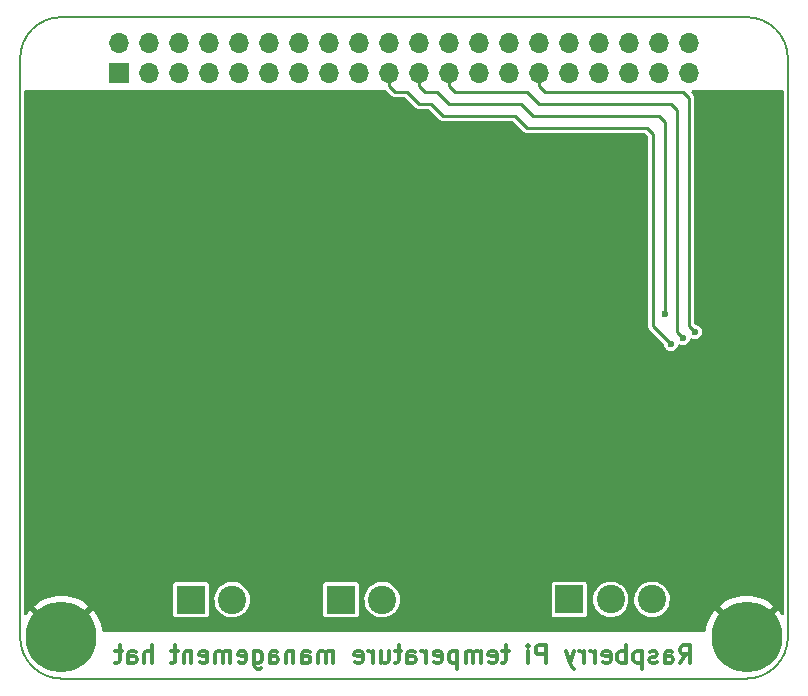
<source format=gbl>
G04 #@! TF.GenerationSoftware,KiCad,Pcbnew,(6.0.2)*
G04 #@! TF.CreationDate,2022-07-05T12:59:41+02:00*
G04 #@! TF.ProjectId,Raspberry Pi temperature management hat,52617370-6265-4727-9279-205069207465,V2*
G04 #@! TF.SameCoordinates,Original*
G04 #@! TF.FileFunction,Copper,L2,Bot*
G04 #@! TF.FilePolarity,Positive*
%FSLAX46Y46*%
G04 Gerber Fmt 4.6, Leading zero omitted, Abs format (unit mm)*
G04 Created by KiCad (PCBNEW (6.0.2)) date 2022-07-05 12:59:41*
%MOMM*%
%LPD*%
G01*
G04 APERTURE LIST*
%ADD10C,0.375000*%
G04 #@! TA.AperFunction,NonConductor*
%ADD11C,0.375000*%
G04 #@! TD*
G04 #@! TA.AperFunction,Profile*
%ADD12C,0.150000*%
G04 #@! TD*
G04 #@! TA.AperFunction,ComponentPad*
%ADD13C,6.000000*%
G04 #@! TD*
G04 #@! TA.AperFunction,ComponentPad*
%ADD14R,2.400000X2.400000*%
G04 #@! TD*
G04 #@! TA.AperFunction,ComponentPad*
%ADD15C,2.400000*%
G04 #@! TD*
G04 #@! TA.AperFunction,ComponentPad*
%ADD16R,1.700000X1.700000*%
G04 #@! TD*
G04 #@! TA.AperFunction,ComponentPad*
%ADD17O,1.700000X1.700000*%
G04 #@! TD*
G04 #@! TA.AperFunction,ViaPad*
%ADD18C,0.600000*%
G04 #@! TD*
G04 #@! TA.AperFunction,Conductor*
%ADD19C,0.250000*%
G04 #@! TD*
G04 APERTURE END LIST*
D10*
D11*
X102357142Y-101178571D02*
X102857142Y-100464285D01*
X103214285Y-101178571D02*
X103214285Y-99678571D01*
X102642857Y-99678571D01*
X102500000Y-99750000D01*
X102428571Y-99821428D01*
X102357142Y-99964285D01*
X102357142Y-100178571D01*
X102428571Y-100321428D01*
X102500000Y-100392857D01*
X102642857Y-100464285D01*
X103214285Y-100464285D01*
X101071428Y-101178571D02*
X101071428Y-100392857D01*
X101142857Y-100250000D01*
X101285714Y-100178571D01*
X101571428Y-100178571D01*
X101714285Y-100250000D01*
X101071428Y-101107142D02*
X101214285Y-101178571D01*
X101571428Y-101178571D01*
X101714285Y-101107142D01*
X101785714Y-100964285D01*
X101785714Y-100821428D01*
X101714285Y-100678571D01*
X101571428Y-100607142D01*
X101214285Y-100607142D01*
X101071428Y-100535714D01*
X100428571Y-101107142D02*
X100285714Y-101178571D01*
X100000000Y-101178571D01*
X99857142Y-101107142D01*
X99785714Y-100964285D01*
X99785714Y-100892857D01*
X99857142Y-100750000D01*
X100000000Y-100678571D01*
X100214285Y-100678571D01*
X100357142Y-100607142D01*
X100428571Y-100464285D01*
X100428571Y-100392857D01*
X100357142Y-100250000D01*
X100214285Y-100178571D01*
X100000000Y-100178571D01*
X99857142Y-100250000D01*
X99142857Y-100178571D02*
X99142857Y-101678571D01*
X99142857Y-100250000D02*
X99000000Y-100178571D01*
X98714285Y-100178571D01*
X98571428Y-100250000D01*
X98500000Y-100321428D01*
X98428571Y-100464285D01*
X98428571Y-100892857D01*
X98500000Y-101035714D01*
X98571428Y-101107142D01*
X98714285Y-101178571D01*
X99000000Y-101178571D01*
X99142857Y-101107142D01*
X97785714Y-101178571D02*
X97785714Y-99678571D01*
X97785714Y-100250000D02*
X97642857Y-100178571D01*
X97357142Y-100178571D01*
X97214285Y-100250000D01*
X97142857Y-100321428D01*
X97071428Y-100464285D01*
X97071428Y-100892857D01*
X97142857Y-101035714D01*
X97214285Y-101107142D01*
X97357142Y-101178571D01*
X97642857Y-101178571D01*
X97785714Y-101107142D01*
X95857142Y-101107142D02*
X96000000Y-101178571D01*
X96285714Y-101178571D01*
X96428571Y-101107142D01*
X96500000Y-100964285D01*
X96500000Y-100392857D01*
X96428571Y-100250000D01*
X96285714Y-100178571D01*
X96000000Y-100178571D01*
X95857142Y-100250000D01*
X95785714Y-100392857D01*
X95785714Y-100535714D01*
X96500000Y-100678571D01*
X95142857Y-101178571D02*
X95142857Y-100178571D01*
X95142857Y-100464285D02*
X95071428Y-100321428D01*
X95000000Y-100250000D01*
X94857142Y-100178571D01*
X94714285Y-100178571D01*
X94214285Y-101178571D02*
X94214285Y-100178571D01*
X94214285Y-100464285D02*
X94142857Y-100321428D01*
X94071428Y-100250000D01*
X93928571Y-100178571D01*
X93785714Y-100178571D01*
X93428571Y-100178571D02*
X93071428Y-101178571D01*
X92714285Y-100178571D02*
X93071428Y-101178571D01*
X93214285Y-101535714D01*
X93285714Y-101607142D01*
X93428571Y-101678571D01*
X91000000Y-101178571D02*
X91000000Y-99678571D01*
X90428571Y-99678571D01*
X90285714Y-99750000D01*
X90214285Y-99821428D01*
X90142857Y-99964285D01*
X90142857Y-100178571D01*
X90214285Y-100321428D01*
X90285714Y-100392857D01*
X90428571Y-100464285D01*
X91000000Y-100464285D01*
X89500000Y-101178571D02*
X89500000Y-100178571D01*
X89500000Y-99678571D02*
X89571428Y-99750000D01*
X89500000Y-99821428D01*
X89428571Y-99750000D01*
X89500000Y-99678571D01*
X89500000Y-99821428D01*
X87857142Y-100178571D02*
X87285714Y-100178571D01*
X87642857Y-99678571D02*
X87642857Y-100964285D01*
X87571428Y-101107142D01*
X87428571Y-101178571D01*
X87285714Y-101178571D01*
X86214285Y-101107142D02*
X86357142Y-101178571D01*
X86642857Y-101178571D01*
X86785714Y-101107142D01*
X86857142Y-100964285D01*
X86857142Y-100392857D01*
X86785714Y-100250000D01*
X86642857Y-100178571D01*
X86357142Y-100178571D01*
X86214285Y-100250000D01*
X86142857Y-100392857D01*
X86142857Y-100535714D01*
X86857142Y-100678571D01*
X85500000Y-101178571D02*
X85500000Y-100178571D01*
X85500000Y-100321428D02*
X85428571Y-100250000D01*
X85285714Y-100178571D01*
X85071428Y-100178571D01*
X84928571Y-100250000D01*
X84857142Y-100392857D01*
X84857142Y-101178571D01*
X84857142Y-100392857D02*
X84785714Y-100250000D01*
X84642857Y-100178571D01*
X84428571Y-100178571D01*
X84285714Y-100250000D01*
X84214285Y-100392857D01*
X84214285Y-101178571D01*
X83500000Y-100178571D02*
X83500000Y-101678571D01*
X83500000Y-100250000D02*
X83357142Y-100178571D01*
X83071428Y-100178571D01*
X82928571Y-100250000D01*
X82857142Y-100321428D01*
X82785714Y-100464285D01*
X82785714Y-100892857D01*
X82857142Y-101035714D01*
X82928571Y-101107142D01*
X83071428Y-101178571D01*
X83357142Y-101178571D01*
X83500000Y-101107142D01*
X81571428Y-101107142D02*
X81714285Y-101178571D01*
X82000000Y-101178571D01*
X82142857Y-101107142D01*
X82214285Y-100964285D01*
X82214285Y-100392857D01*
X82142857Y-100250000D01*
X82000000Y-100178571D01*
X81714285Y-100178571D01*
X81571428Y-100250000D01*
X81500000Y-100392857D01*
X81500000Y-100535714D01*
X82214285Y-100678571D01*
X80857142Y-101178571D02*
X80857142Y-100178571D01*
X80857142Y-100464285D02*
X80785714Y-100321428D01*
X80714285Y-100250000D01*
X80571428Y-100178571D01*
X80428571Y-100178571D01*
X79285714Y-101178571D02*
X79285714Y-100392857D01*
X79357142Y-100250000D01*
X79500000Y-100178571D01*
X79785714Y-100178571D01*
X79928571Y-100250000D01*
X79285714Y-101107142D02*
X79428571Y-101178571D01*
X79785714Y-101178571D01*
X79928571Y-101107142D01*
X80000000Y-100964285D01*
X80000000Y-100821428D01*
X79928571Y-100678571D01*
X79785714Y-100607142D01*
X79428571Y-100607142D01*
X79285714Y-100535714D01*
X78785714Y-100178571D02*
X78214285Y-100178571D01*
X78571428Y-99678571D02*
X78571428Y-100964285D01*
X78500000Y-101107142D01*
X78357142Y-101178571D01*
X78214285Y-101178571D01*
X77071428Y-100178571D02*
X77071428Y-101178571D01*
X77714285Y-100178571D02*
X77714285Y-100964285D01*
X77642857Y-101107142D01*
X77500000Y-101178571D01*
X77285714Y-101178571D01*
X77142857Y-101107142D01*
X77071428Y-101035714D01*
X76357142Y-101178571D02*
X76357142Y-100178571D01*
X76357142Y-100464285D02*
X76285714Y-100321428D01*
X76214285Y-100250000D01*
X76071428Y-100178571D01*
X75928571Y-100178571D01*
X74857142Y-101107142D02*
X75000000Y-101178571D01*
X75285714Y-101178571D01*
X75428571Y-101107142D01*
X75500000Y-100964285D01*
X75500000Y-100392857D01*
X75428571Y-100250000D01*
X75285714Y-100178571D01*
X75000000Y-100178571D01*
X74857142Y-100250000D01*
X74785714Y-100392857D01*
X74785714Y-100535714D01*
X75500000Y-100678571D01*
X73000000Y-101178571D02*
X73000000Y-100178571D01*
X73000000Y-100321428D02*
X72928571Y-100250000D01*
X72785714Y-100178571D01*
X72571428Y-100178571D01*
X72428571Y-100250000D01*
X72357142Y-100392857D01*
X72357142Y-101178571D01*
X72357142Y-100392857D02*
X72285714Y-100250000D01*
X72142857Y-100178571D01*
X71928571Y-100178571D01*
X71785714Y-100250000D01*
X71714285Y-100392857D01*
X71714285Y-101178571D01*
X70357142Y-101178571D02*
X70357142Y-100392857D01*
X70428571Y-100250000D01*
X70571428Y-100178571D01*
X70857142Y-100178571D01*
X71000000Y-100250000D01*
X70357142Y-101107142D02*
X70500000Y-101178571D01*
X70857142Y-101178571D01*
X71000000Y-101107142D01*
X71071428Y-100964285D01*
X71071428Y-100821428D01*
X71000000Y-100678571D01*
X70857142Y-100607142D01*
X70500000Y-100607142D01*
X70357142Y-100535714D01*
X69642857Y-100178571D02*
X69642857Y-101178571D01*
X69642857Y-100321428D02*
X69571428Y-100250000D01*
X69428571Y-100178571D01*
X69214285Y-100178571D01*
X69071428Y-100250000D01*
X69000000Y-100392857D01*
X69000000Y-101178571D01*
X67642857Y-101178571D02*
X67642857Y-100392857D01*
X67714285Y-100250000D01*
X67857142Y-100178571D01*
X68142857Y-100178571D01*
X68285714Y-100250000D01*
X67642857Y-101107142D02*
X67785714Y-101178571D01*
X68142857Y-101178571D01*
X68285714Y-101107142D01*
X68357142Y-100964285D01*
X68357142Y-100821428D01*
X68285714Y-100678571D01*
X68142857Y-100607142D01*
X67785714Y-100607142D01*
X67642857Y-100535714D01*
X66285714Y-100178571D02*
X66285714Y-101392857D01*
X66357142Y-101535714D01*
X66428571Y-101607142D01*
X66571428Y-101678571D01*
X66785714Y-101678571D01*
X66928571Y-101607142D01*
X66285714Y-101107142D02*
X66428571Y-101178571D01*
X66714285Y-101178571D01*
X66857142Y-101107142D01*
X66928571Y-101035714D01*
X67000000Y-100892857D01*
X67000000Y-100464285D01*
X66928571Y-100321428D01*
X66857142Y-100250000D01*
X66714285Y-100178571D01*
X66428571Y-100178571D01*
X66285714Y-100250000D01*
X65000000Y-101107142D02*
X65142857Y-101178571D01*
X65428571Y-101178571D01*
X65571428Y-101107142D01*
X65642857Y-100964285D01*
X65642857Y-100392857D01*
X65571428Y-100250000D01*
X65428571Y-100178571D01*
X65142857Y-100178571D01*
X65000000Y-100250000D01*
X64928571Y-100392857D01*
X64928571Y-100535714D01*
X65642857Y-100678571D01*
X64285714Y-101178571D02*
X64285714Y-100178571D01*
X64285714Y-100321428D02*
X64214285Y-100250000D01*
X64071428Y-100178571D01*
X63857142Y-100178571D01*
X63714285Y-100250000D01*
X63642857Y-100392857D01*
X63642857Y-101178571D01*
X63642857Y-100392857D02*
X63571428Y-100250000D01*
X63428571Y-100178571D01*
X63214285Y-100178571D01*
X63071428Y-100250000D01*
X63000000Y-100392857D01*
X63000000Y-101178571D01*
X61714285Y-101107142D02*
X61857142Y-101178571D01*
X62142857Y-101178571D01*
X62285714Y-101107142D01*
X62357142Y-100964285D01*
X62357142Y-100392857D01*
X62285714Y-100250000D01*
X62142857Y-100178571D01*
X61857142Y-100178571D01*
X61714285Y-100250000D01*
X61642857Y-100392857D01*
X61642857Y-100535714D01*
X62357142Y-100678571D01*
X61000000Y-100178571D02*
X61000000Y-101178571D01*
X61000000Y-100321428D02*
X60928571Y-100250000D01*
X60785714Y-100178571D01*
X60571428Y-100178571D01*
X60428571Y-100250000D01*
X60357142Y-100392857D01*
X60357142Y-101178571D01*
X59857142Y-100178571D02*
X59285714Y-100178571D01*
X59642857Y-99678571D02*
X59642857Y-100964285D01*
X59571428Y-101107142D01*
X59428571Y-101178571D01*
X59285714Y-101178571D01*
X57642857Y-101178571D02*
X57642857Y-99678571D01*
X57000000Y-101178571D02*
X57000000Y-100392857D01*
X57071428Y-100250000D01*
X57214285Y-100178571D01*
X57428571Y-100178571D01*
X57571428Y-100250000D01*
X57642857Y-100321428D01*
X55642857Y-101178571D02*
X55642857Y-100392857D01*
X55714285Y-100250000D01*
X55857142Y-100178571D01*
X56142857Y-100178571D01*
X56285714Y-100250000D01*
X55642857Y-101107142D02*
X55785714Y-101178571D01*
X56142857Y-101178571D01*
X56285714Y-101107142D01*
X56357142Y-100964285D01*
X56357142Y-100821428D01*
X56285714Y-100678571D01*
X56142857Y-100607142D01*
X55785714Y-100607142D01*
X55642857Y-100535714D01*
X55142857Y-100178571D02*
X54571428Y-100178571D01*
X54928571Y-99678571D02*
X54928571Y-100964285D01*
X54857142Y-101107142D01*
X54714285Y-101178571D01*
X54571428Y-101178571D01*
D12*
X111500000Y-50000000D02*
G75*
G03*
X108000000Y-46500000I-3499999J1D01*
G01*
X50000000Y-46500000D02*
X108000000Y-46500000D01*
X50000000Y-102500000D02*
X108000000Y-102500000D01*
X111500000Y-50000000D02*
X111500000Y-99000000D01*
X108000000Y-102500000D02*
G75*
G03*
X111500000Y-99000000I1J3499999D01*
G01*
X46500000Y-99000000D02*
G75*
G03*
X50000000Y-102500000I3499999J-1D01*
G01*
X50000000Y-46500000D02*
G75*
G03*
X46500000Y-50000000I-1J-3499999D01*
G01*
X46500000Y-50000000D02*
X46500000Y-99000000D01*
D13*
X108000000Y-99000000D03*
X50000000Y-99000000D03*
D14*
X73660000Y-95820000D03*
D15*
X77160000Y-95820000D03*
D14*
X93000000Y-95800000D03*
D15*
X96500000Y-95800000D03*
X100000000Y-95800000D03*
D14*
X60960000Y-95820000D03*
D15*
X64460000Y-95820000D03*
D16*
X54870000Y-51270000D03*
D17*
X54870000Y-48730000D03*
X57410000Y-51270000D03*
X57410000Y-48730000D03*
X59950000Y-51270000D03*
X59950000Y-48730000D03*
X62490000Y-51270000D03*
X62490000Y-48730000D03*
X65030000Y-51270000D03*
X65030000Y-48730000D03*
X67570000Y-51270000D03*
X67570000Y-48730000D03*
X70110000Y-51270000D03*
X70110000Y-48730000D03*
X72650000Y-51270000D03*
X72650000Y-48730000D03*
X75190000Y-51270000D03*
X75190000Y-48730000D03*
X77730000Y-51270000D03*
X77730000Y-48730000D03*
X80270000Y-51270000D03*
X80270000Y-48730000D03*
X82810000Y-51270000D03*
X82810000Y-48730000D03*
X85350000Y-51270000D03*
X85350000Y-48730000D03*
X87890000Y-51270000D03*
X87890000Y-48730000D03*
X90430000Y-51270000D03*
X90430000Y-48730000D03*
X92970000Y-51270000D03*
X92970000Y-48730000D03*
X95510000Y-51270000D03*
X95510000Y-48730000D03*
X98050000Y-51270000D03*
X98050000Y-48730000D03*
X100590000Y-51270000D03*
X100590000Y-48730000D03*
X103130000Y-51270000D03*
X103130000Y-48730000D03*
D18*
X101600000Y-74168000D03*
X102616000Y-73660000D03*
X103632000Y-73152000D03*
X101092000Y-71628000D03*
D19*
X81280000Y-53848000D02*
X80264000Y-53848000D01*
X89408000Y-55880000D02*
X88392000Y-54864000D01*
X100076000Y-56388000D02*
X99568000Y-55880000D01*
X78232000Y-52832000D02*
X77724000Y-52324000D01*
X79248000Y-52832000D02*
X78232000Y-52832000D01*
X77724000Y-52324000D02*
X77724000Y-51276000D01*
X88392000Y-54864000D02*
X82296000Y-54864000D01*
X101600000Y-74168000D02*
X100076000Y-72644000D01*
X77724000Y-51276000D02*
X77730000Y-51270000D01*
X80264000Y-53848000D02*
X79248000Y-52832000D01*
X99568000Y-55880000D02*
X89408000Y-55880000D01*
X100076000Y-72644000D02*
X100076000Y-56388000D01*
X82296000Y-54864000D02*
X81280000Y-53848000D01*
X101600000Y-53848000D02*
X90424000Y-53848000D01*
X102108000Y-73152000D02*
X102108000Y-54356000D01*
X102108000Y-54356000D02*
X101600000Y-53848000D01*
X90424000Y-53848000D02*
X89408000Y-52832000D01*
X82804000Y-51276000D02*
X82810000Y-51270000D01*
X83312000Y-52832000D02*
X82804000Y-52324000D01*
X102616000Y-73660000D02*
X102108000Y-73152000D01*
X89408000Y-52832000D02*
X83312000Y-52832000D01*
X82804000Y-52324000D02*
X82804000Y-51276000D01*
X103124000Y-53340000D02*
X102616000Y-52832000D01*
X90932000Y-52832000D02*
X90424000Y-52324000D01*
X102616000Y-52832000D02*
X90932000Y-52832000D01*
X103632000Y-73152000D02*
X103124000Y-72644000D01*
X103124000Y-72644000D02*
X103124000Y-53340000D01*
X90424000Y-51276000D02*
X90430000Y-51270000D01*
X90424000Y-52324000D02*
X90424000Y-51276000D01*
X81788000Y-52832000D02*
X80772000Y-52832000D01*
X100584000Y-54864000D02*
X89916000Y-54864000D01*
X80270000Y-52330000D02*
X80270000Y-51270000D01*
X101092000Y-55372000D02*
X100584000Y-54864000D01*
X82804000Y-53848000D02*
X81788000Y-52832000D01*
X88900000Y-53848000D02*
X82804000Y-53848000D01*
X80772000Y-52832000D02*
X80270000Y-52330000D01*
X89916000Y-54864000D02*
X88900000Y-53848000D01*
X101092000Y-71628000D02*
X101092000Y-55372000D01*
G04 #@! TA.AperFunction,Conductor*
G36*
X77516034Y-52724962D02*
G01*
X77546893Y-52748641D01*
X77978780Y-53180528D01*
X77989224Y-53185850D01*
X77989226Y-53185851D01*
X77998548Y-53190601D01*
X78018475Y-53202813D01*
X78026930Y-53208956D01*
X78026935Y-53208958D01*
X78036419Y-53215849D01*
X78047566Y-53219471D01*
X78047568Y-53219472D01*
X78052376Y-53221034D01*
X78057515Y-53222704D01*
X78079110Y-53231649D01*
X78083867Y-53234073D01*
X78088424Y-53236395D01*
X78088426Y-53236396D01*
X78098874Y-53241719D01*
X78110456Y-53243553D01*
X78110461Y-53243555D01*
X78120789Y-53245191D01*
X78143515Y-53250647D01*
X78164607Y-53257500D01*
X79010034Y-53257500D01*
X79084534Y-53277462D01*
X79115393Y-53301141D01*
X80010780Y-54196528D01*
X80021224Y-54201850D01*
X80021226Y-54201851D01*
X80030548Y-54206601D01*
X80050475Y-54218813D01*
X80058930Y-54224956D01*
X80058935Y-54224958D01*
X80068419Y-54231849D01*
X80079566Y-54235471D01*
X80079568Y-54235472D01*
X80084376Y-54237034D01*
X80089515Y-54238704D01*
X80111110Y-54247649D01*
X80115867Y-54250073D01*
X80120424Y-54252395D01*
X80120426Y-54252396D01*
X80130874Y-54257719D01*
X80142456Y-54259553D01*
X80142461Y-54259555D01*
X80152789Y-54261191D01*
X80175515Y-54266647D01*
X80196607Y-54273500D01*
X81042034Y-54273500D01*
X81116534Y-54293462D01*
X81147393Y-54317141D01*
X82042780Y-55212528D01*
X82053224Y-55217850D01*
X82053226Y-55217851D01*
X82062548Y-55222601D01*
X82082475Y-55234813D01*
X82090930Y-55240956D01*
X82090935Y-55240958D01*
X82100419Y-55247849D01*
X82111566Y-55251471D01*
X82111568Y-55251472D01*
X82116376Y-55253034D01*
X82121515Y-55254704D01*
X82143110Y-55263649D01*
X82147867Y-55266073D01*
X82152424Y-55268395D01*
X82152426Y-55268396D01*
X82162874Y-55273719D01*
X82174456Y-55275553D01*
X82174461Y-55275555D01*
X82184789Y-55277191D01*
X82207515Y-55282647D01*
X82228607Y-55289500D01*
X88154034Y-55289500D01*
X88228534Y-55309462D01*
X88259393Y-55333141D01*
X89154780Y-56228528D01*
X89165224Y-56233850D01*
X89165226Y-56233851D01*
X89174548Y-56238601D01*
X89194475Y-56250813D01*
X89202930Y-56256956D01*
X89202935Y-56256958D01*
X89212419Y-56263849D01*
X89223566Y-56267471D01*
X89223568Y-56267472D01*
X89228376Y-56269034D01*
X89233515Y-56270704D01*
X89255110Y-56279649D01*
X89259867Y-56282073D01*
X89264424Y-56284395D01*
X89264426Y-56284396D01*
X89274874Y-56289719D01*
X89286456Y-56291553D01*
X89286461Y-56291555D01*
X89296789Y-56293191D01*
X89319515Y-56298647D01*
X89340607Y-56305500D01*
X99330034Y-56305500D01*
X99404534Y-56325462D01*
X99435393Y-56349141D01*
X99606859Y-56520607D01*
X99645423Y-56587402D01*
X99650500Y-56625966D01*
X99650500Y-72711393D01*
X99657352Y-72732480D01*
X99662809Y-72755211D01*
X99664445Y-72765539D01*
X99664447Y-72765544D01*
X99666281Y-72777126D01*
X99671604Y-72787574D01*
X99671605Y-72787576D01*
X99676349Y-72796885D01*
X99685296Y-72818485D01*
X99692151Y-72839581D01*
X99699042Y-72849065D01*
X99699044Y-72849070D01*
X99705187Y-72857525D01*
X99717399Y-72877452D01*
X99722149Y-72886774D01*
X99727472Y-72897220D01*
X100957957Y-74127705D01*
X100996521Y-74194500D01*
X101000323Y-74213615D01*
X101013592Y-74314399D01*
X101014956Y-74324762D01*
X101075464Y-74470841D01*
X101171718Y-74596282D01*
X101297159Y-74692536D01*
X101443238Y-74753044D01*
X101452919Y-74754319D01*
X101452921Y-74754319D01*
X101590315Y-74772407D01*
X101600000Y-74773682D01*
X101609685Y-74772407D01*
X101747079Y-74754319D01*
X101747081Y-74754319D01*
X101756762Y-74753044D01*
X101902841Y-74692536D01*
X102028282Y-74596282D01*
X102124536Y-74470841D01*
X102185044Y-74324762D01*
X102186319Y-74315079D01*
X102186501Y-74314399D01*
X102225066Y-74247604D01*
X102291861Y-74209041D01*
X102368989Y-74209041D01*
X102387445Y-74215306D01*
X102459238Y-74245044D01*
X102468919Y-74246319D01*
X102468921Y-74246319D01*
X102606315Y-74264407D01*
X102616000Y-74265682D01*
X102625685Y-74264407D01*
X102763079Y-74246319D01*
X102763081Y-74246319D01*
X102772762Y-74245044D01*
X102918841Y-74184536D01*
X103044282Y-74088282D01*
X103140536Y-73962841D01*
X103201044Y-73816762D01*
X103202319Y-73807079D01*
X103202501Y-73806399D01*
X103241066Y-73739604D01*
X103307861Y-73701041D01*
X103384989Y-73701041D01*
X103403445Y-73707306D01*
X103475238Y-73737044D01*
X103484919Y-73738319D01*
X103484921Y-73738319D01*
X103622315Y-73756407D01*
X103632000Y-73757682D01*
X103641685Y-73756407D01*
X103779079Y-73738319D01*
X103779081Y-73738319D01*
X103788762Y-73737044D01*
X103934841Y-73676536D01*
X104060282Y-73580282D01*
X104156536Y-73454841D01*
X104217044Y-73308762D01*
X104220436Y-73283001D01*
X104236407Y-73161685D01*
X104237682Y-73152000D01*
X104217044Y-72995238D01*
X104156536Y-72849159D01*
X104060282Y-72723718D01*
X103934841Y-72627464D01*
X103788762Y-72566956D01*
X103779083Y-72565682D01*
X103779080Y-72565681D01*
X103679051Y-72552512D01*
X103607794Y-72522996D01*
X103560842Y-72461806D01*
X103549500Y-72404787D01*
X103549500Y-53272607D01*
X103542647Y-53251515D01*
X103537191Y-53228789D01*
X103535555Y-53218461D01*
X103535553Y-53218456D01*
X103533719Y-53206874D01*
X103528139Y-53195921D01*
X103523651Y-53187115D01*
X103514702Y-53165511D01*
X103511472Y-53155568D01*
X103511471Y-53155566D01*
X103507849Y-53144419D01*
X103500958Y-53134935D01*
X103500956Y-53134930D01*
X103494813Y-53126475D01*
X103482601Y-53106548D01*
X103477851Y-53097226D01*
X103477850Y-53097224D01*
X103472528Y-53086780D01*
X103345107Y-52959359D01*
X103306543Y-52892564D01*
X103306543Y-52815436D01*
X103345107Y-52748641D01*
X103411902Y-52710077D01*
X103450466Y-52705000D01*
X111051000Y-52705000D01*
X111125500Y-52724962D01*
X111180038Y-52779500D01*
X111200000Y-52854000D01*
X111200000Y-96983590D01*
X111180038Y-97058090D01*
X111125500Y-97112628D01*
X111051000Y-97132590D01*
X110976500Y-97112628D01*
X110926038Y-97064741D01*
X110844054Y-96938496D01*
X110839466Y-96932183D01*
X110667267Y-96719532D01*
X110654309Y-96710118D01*
X110644905Y-96714305D01*
X108850851Y-98508359D01*
X108784056Y-98546923D01*
X108745492Y-98552000D01*
X108448508Y-98552000D01*
X108374008Y-98532038D01*
X108319470Y-98477500D01*
X108299508Y-98403000D01*
X108319470Y-98328500D01*
X108343149Y-98297641D01*
X110281841Y-96358949D01*
X110289849Y-96345078D01*
X110284702Y-96336162D01*
X110067817Y-96160534D01*
X110061504Y-96155946D01*
X109759684Y-95959942D01*
X109752928Y-95956041D01*
X109432259Y-95792653D01*
X109425150Y-95789488D01*
X109089167Y-95660515D01*
X109081748Y-95658105D01*
X108734130Y-95564961D01*
X108726497Y-95563338D01*
X108371038Y-95507040D01*
X108363296Y-95506226D01*
X108003892Y-95487390D01*
X107996108Y-95487390D01*
X107636704Y-95506226D01*
X107628962Y-95507040D01*
X107273503Y-95563338D01*
X107265870Y-95564961D01*
X106918252Y-95658105D01*
X106910833Y-95660515D01*
X106574850Y-95789488D01*
X106567741Y-95792653D01*
X106247072Y-95956041D01*
X106240316Y-95959942D01*
X105938496Y-96155946D01*
X105932183Y-96160534D01*
X105719532Y-96332733D01*
X105710118Y-96345691D01*
X105714305Y-96355095D01*
X107656851Y-98297641D01*
X107695415Y-98364436D01*
X107695415Y-98441564D01*
X107656851Y-98508359D01*
X107590056Y-98546923D01*
X107551492Y-98552000D01*
X107254508Y-98552000D01*
X107180008Y-98532038D01*
X107149149Y-98508359D01*
X105358949Y-96718159D01*
X105345078Y-96710151D01*
X105336162Y-96715298D01*
X105160534Y-96932183D01*
X105155946Y-96938496D01*
X104959942Y-97240316D01*
X104956041Y-97247072D01*
X104792653Y-97567741D01*
X104789488Y-97574850D01*
X104660515Y-97910833D01*
X104658105Y-97918252D01*
X104564961Y-98265870D01*
X104563339Y-98273500D01*
X104539136Y-98426309D01*
X104507765Y-98496769D01*
X104445367Y-98542103D01*
X104391970Y-98552000D01*
X53608030Y-98552000D01*
X53533530Y-98532038D01*
X53478992Y-98477500D01*
X53460864Y-98426309D01*
X53436661Y-98273500D01*
X53435039Y-98265870D01*
X53341895Y-97918252D01*
X53339485Y-97910833D01*
X53210512Y-97574850D01*
X53207347Y-97567741D01*
X53043959Y-97247072D01*
X53040058Y-97240316D01*
X52925977Y-97064646D01*
X59459500Y-97064646D01*
X59462618Y-97090846D01*
X59508061Y-97193153D01*
X59587287Y-97272241D01*
X59599867Y-97277803D01*
X59599869Y-97277804D01*
X59679426Y-97312976D01*
X59689673Y-97317506D01*
X59704318Y-97319213D01*
X59711070Y-97320001D01*
X59711078Y-97320001D01*
X59715354Y-97320500D01*
X62204646Y-97320500D01*
X62230846Y-97317382D01*
X62333153Y-97271939D01*
X62412241Y-97192713D01*
X62417855Y-97180016D01*
X62452976Y-97100574D01*
X62452976Y-97100573D01*
X62457506Y-97090327D01*
X62460500Y-97064646D01*
X62460500Y-95783214D01*
X62954806Y-95783214D01*
X62955774Y-95800000D01*
X62964997Y-95959942D01*
X62969010Y-96029545D01*
X63023255Y-96270249D01*
X63116084Y-96498861D01*
X63119278Y-96504073D01*
X63235584Y-96693865D01*
X63245006Y-96709241D01*
X63249009Y-96713862D01*
X63249011Y-96713865D01*
X63252731Y-96718159D01*
X63406557Y-96895741D01*
X63411268Y-96899653D01*
X63411272Y-96899656D01*
X63521071Y-96990812D01*
X63596399Y-97053351D01*
X63809433Y-97177838D01*
X63815133Y-97180015D01*
X63815136Y-97180016D01*
X64034234Y-97263681D01*
X64034240Y-97263683D01*
X64039939Y-97265859D01*
X64045920Y-97267076D01*
X64045924Y-97267077D01*
X64134698Y-97285138D01*
X64281726Y-97315052D01*
X64287835Y-97315276D01*
X64522183Y-97323869D01*
X64522187Y-97323869D01*
X64528300Y-97324093D01*
X64773041Y-97292741D01*
X64925248Y-97247077D01*
X65003522Y-97223594D01*
X65003526Y-97223593D01*
X65009374Y-97221838D01*
X65230954Y-97113287D01*
X65299146Y-97064646D01*
X72159500Y-97064646D01*
X72162618Y-97090846D01*
X72208061Y-97193153D01*
X72287287Y-97272241D01*
X72299867Y-97277803D01*
X72299869Y-97277804D01*
X72379426Y-97312976D01*
X72389673Y-97317506D01*
X72404318Y-97319213D01*
X72411070Y-97320001D01*
X72411078Y-97320001D01*
X72415354Y-97320500D01*
X74904646Y-97320500D01*
X74930846Y-97317382D01*
X75033153Y-97271939D01*
X75112241Y-97192713D01*
X75117855Y-97180016D01*
X75152976Y-97100574D01*
X75152976Y-97100573D01*
X75157506Y-97090327D01*
X75160500Y-97064646D01*
X75160500Y-95783214D01*
X75654806Y-95783214D01*
X75655774Y-95800000D01*
X75664997Y-95959942D01*
X75669010Y-96029545D01*
X75723255Y-96270249D01*
X75816084Y-96498861D01*
X75819278Y-96504073D01*
X75935584Y-96693865D01*
X75945006Y-96709241D01*
X75949009Y-96713862D01*
X75949011Y-96713865D01*
X75952731Y-96718159D01*
X76106557Y-96895741D01*
X76111268Y-96899653D01*
X76111272Y-96899656D01*
X76221071Y-96990812D01*
X76296399Y-97053351D01*
X76509433Y-97177838D01*
X76515133Y-97180015D01*
X76515136Y-97180016D01*
X76734234Y-97263681D01*
X76734240Y-97263683D01*
X76739939Y-97265859D01*
X76745920Y-97267076D01*
X76745924Y-97267077D01*
X76834698Y-97285138D01*
X76981726Y-97315052D01*
X76987835Y-97315276D01*
X77222183Y-97323869D01*
X77222187Y-97323869D01*
X77228300Y-97324093D01*
X77473041Y-97292741D01*
X77625248Y-97247077D01*
X77703522Y-97223594D01*
X77703526Y-97223593D01*
X77709374Y-97221838D01*
X77930954Y-97113287D01*
X78027185Y-97044646D01*
X91499500Y-97044646D01*
X91502618Y-97070846D01*
X91548061Y-97173153D01*
X91627287Y-97252241D01*
X91639867Y-97257803D01*
X91639869Y-97257804D01*
X91719426Y-97292976D01*
X91729673Y-97297506D01*
X91744318Y-97299213D01*
X91751070Y-97300001D01*
X91751078Y-97300001D01*
X91755354Y-97300500D01*
X94244646Y-97300500D01*
X94270846Y-97297382D01*
X94373153Y-97251939D01*
X94452241Y-97172713D01*
X94457855Y-97160016D01*
X94492976Y-97080574D01*
X94492976Y-97080573D01*
X94497506Y-97070327D01*
X94500500Y-97044646D01*
X94500500Y-95763214D01*
X94994806Y-95763214D01*
X95009010Y-96009545D01*
X95063255Y-96250249D01*
X95156084Y-96478861D01*
X95285006Y-96689241D01*
X95289009Y-96693862D01*
X95289011Y-96693865D01*
X95311245Y-96719532D01*
X95446557Y-96875741D01*
X95451268Y-96879653D01*
X95451272Y-96879656D01*
X95554899Y-96965688D01*
X95636399Y-97033351D01*
X95849433Y-97157838D01*
X95855133Y-97160015D01*
X95855136Y-97160016D01*
X96074234Y-97243681D01*
X96074240Y-97243683D01*
X96079939Y-97245859D01*
X96085920Y-97247076D01*
X96085924Y-97247077D01*
X96167535Y-97263681D01*
X96321726Y-97295052D01*
X96327835Y-97295276D01*
X96562183Y-97303869D01*
X96562187Y-97303869D01*
X96568300Y-97304093D01*
X96813041Y-97272741D01*
X96946250Y-97232777D01*
X97043522Y-97203594D01*
X97043526Y-97203593D01*
X97049374Y-97201838D01*
X97270954Y-97093287D01*
X97471829Y-96950004D01*
X97646605Y-96775837D01*
X97691137Y-96713865D01*
X97787021Y-96580427D01*
X97790588Y-96575463D01*
X97899911Y-96354264D01*
X97971639Y-96118180D01*
X98003845Y-95873550D01*
X98005643Y-95800000D01*
X98002619Y-95763214D01*
X98494806Y-95763214D01*
X98509010Y-96009545D01*
X98563255Y-96250249D01*
X98656084Y-96478861D01*
X98785006Y-96689241D01*
X98789009Y-96693862D01*
X98789011Y-96693865D01*
X98811245Y-96719532D01*
X98946557Y-96875741D01*
X98951268Y-96879653D01*
X98951272Y-96879656D01*
X99054899Y-96965688D01*
X99136399Y-97033351D01*
X99349433Y-97157838D01*
X99355133Y-97160015D01*
X99355136Y-97160016D01*
X99574234Y-97243681D01*
X99574240Y-97243683D01*
X99579939Y-97245859D01*
X99585920Y-97247076D01*
X99585924Y-97247077D01*
X99667535Y-97263681D01*
X99821726Y-97295052D01*
X99827835Y-97295276D01*
X100062183Y-97303869D01*
X100062187Y-97303869D01*
X100068300Y-97304093D01*
X100313041Y-97272741D01*
X100446250Y-97232777D01*
X100543522Y-97203594D01*
X100543526Y-97203593D01*
X100549374Y-97201838D01*
X100770954Y-97093287D01*
X100971829Y-96950004D01*
X101146605Y-96775837D01*
X101191137Y-96713865D01*
X101287021Y-96580427D01*
X101290588Y-96575463D01*
X101399911Y-96354264D01*
X101471639Y-96118180D01*
X101503845Y-95873550D01*
X101505643Y-95800000D01*
X101486319Y-95564961D01*
X101485926Y-95560181D01*
X101485926Y-95560179D01*
X101485425Y-95554089D01*
X101481352Y-95537871D01*
X101426805Y-95320711D01*
X101425316Y-95314783D01*
X101418934Y-95300104D01*
X101379703Y-95209882D01*
X101326928Y-95088507D01*
X101192905Y-94881339D01*
X101026846Y-94698842D01*
X100833210Y-94545918D01*
X100827857Y-94542963D01*
X100827854Y-94542961D01*
X100676517Y-94459419D01*
X100617198Y-94426673D01*
X100384610Y-94344309D01*
X100378595Y-94343238D01*
X100378593Y-94343237D01*
X100287247Y-94326966D01*
X100141694Y-94301039D01*
X100135581Y-94300964D01*
X100135578Y-94300964D01*
X100031654Y-94299695D01*
X99894972Y-94298025D01*
X99836879Y-94306914D01*
X99657107Y-94334423D01*
X99657104Y-94334424D01*
X99651070Y-94335347D01*
X99416540Y-94412003D01*
X99197679Y-94525935D01*
X99000364Y-94674083D01*
X98996140Y-94678503D01*
X98996139Y-94678504D01*
X98834123Y-94848044D01*
X98834119Y-94848048D01*
X98829896Y-94852468D01*
X98826449Y-94857520D01*
X98826449Y-94857521D01*
X98806700Y-94886472D01*
X98690851Y-95056300D01*
X98586965Y-95280104D01*
X98577348Y-95314783D01*
X98524030Y-95507040D01*
X98521026Y-95517871D01*
X98520377Y-95523948D01*
X98520376Y-95523951D01*
X98505782Y-95660515D01*
X98494806Y-95763214D01*
X98002619Y-95763214D01*
X97986319Y-95564961D01*
X97985926Y-95560181D01*
X97985926Y-95560179D01*
X97985425Y-95554089D01*
X97981352Y-95537871D01*
X97926805Y-95320711D01*
X97925316Y-95314783D01*
X97918934Y-95300104D01*
X97879703Y-95209882D01*
X97826928Y-95088507D01*
X97692905Y-94881339D01*
X97526846Y-94698842D01*
X97333210Y-94545918D01*
X97327857Y-94542963D01*
X97327854Y-94542961D01*
X97176517Y-94459419D01*
X97117198Y-94426673D01*
X96884610Y-94344309D01*
X96878595Y-94343238D01*
X96878593Y-94343237D01*
X96787247Y-94326966D01*
X96641694Y-94301039D01*
X96635581Y-94300964D01*
X96635578Y-94300964D01*
X96531654Y-94299695D01*
X96394972Y-94298025D01*
X96336879Y-94306914D01*
X96157107Y-94334423D01*
X96157104Y-94334424D01*
X96151070Y-94335347D01*
X95916540Y-94412003D01*
X95697679Y-94525935D01*
X95500364Y-94674083D01*
X95496140Y-94678503D01*
X95496139Y-94678504D01*
X95334123Y-94848044D01*
X95334119Y-94848048D01*
X95329896Y-94852468D01*
X95326449Y-94857520D01*
X95326449Y-94857521D01*
X95306700Y-94886472D01*
X95190851Y-95056300D01*
X95086965Y-95280104D01*
X95077348Y-95314783D01*
X95024030Y-95507040D01*
X95021026Y-95517871D01*
X95020377Y-95523948D01*
X95020376Y-95523951D01*
X95005782Y-95660515D01*
X94994806Y-95763214D01*
X94500500Y-95763214D01*
X94500500Y-94555354D01*
X94497382Y-94529154D01*
X94451939Y-94426847D01*
X94372713Y-94347759D01*
X94360133Y-94342197D01*
X94360131Y-94342196D01*
X94280574Y-94307024D01*
X94280573Y-94307024D01*
X94270327Y-94302494D01*
X94255682Y-94300787D01*
X94248930Y-94299999D01*
X94248922Y-94299999D01*
X94244646Y-94299500D01*
X91755354Y-94299500D01*
X91729154Y-94302618D01*
X91626847Y-94348061D01*
X91547759Y-94427287D01*
X91542197Y-94439867D01*
X91542196Y-94439869D01*
X91539188Y-94446673D01*
X91502494Y-94529673D01*
X91501197Y-94540800D01*
X91500170Y-94549609D01*
X91499500Y-94555354D01*
X91499500Y-97044646D01*
X78027185Y-97044646D01*
X78131829Y-96970004D01*
X78306605Y-96795837D01*
X78320977Y-96775837D01*
X78447021Y-96600427D01*
X78450588Y-96595463D01*
X78463183Y-96569980D01*
X78557204Y-96379741D01*
X78559911Y-96374264D01*
X78599410Y-96244258D01*
X78629862Y-96144030D01*
X78629863Y-96144026D01*
X78631639Y-96138180D01*
X78663845Y-95893550D01*
X78665643Y-95820000D01*
X78645425Y-95574089D01*
X78640402Y-95554089D01*
X78586805Y-95340711D01*
X78585316Y-95334783D01*
X78579198Y-95320711D01*
X78489367Y-95114117D01*
X78486928Y-95108507D01*
X78352905Y-94901339D01*
X78186846Y-94718842D01*
X77993210Y-94565918D01*
X77987857Y-94562963D01*
X77987854Y-94562961D01*
X77885204Y-94506296D01*
X77777198Y-94446673D01*
X77544610Y-94364309D01*
X77538595Y-94363238D01*
X77538593Y-94363237D01*
X77432331Y-94344309D01*
X77301694Y-94321039D01*
X77295581Y-94320964D01*
X77295578Y-94320964D01*
X77191654Y-94319695D01*
X77054972Y-94318025D01*
X76996878Y-94326914D01*
X76817107Y-94354423D01*
X76817104Y-94354424D01*
X76811070Y-94355347D01*
X76576540Y-94432003D01*
X76357679Y-94545935D01*
X76160364Y-94694083D01*
X76156140Y-94698503D01*
X76156139Y-94698504D01*
X75994123Y-94868044D01*
X75994119Y-94868048D01*
X75989896Y-94872468D01*
X75986449Y-94877520D01*
X75986449Y-94877521D01*
X75966700Y-94906472D01*
X75850851Y-95076300D01*
X75746965Y-95300104D01*
X75737348Y-95334783D01*
X75686573Y-95517871D01*
X75681026Y-95537871D01*
X75680377Y-95543948D01*
X75680376Y-95543951D01*
X75656292Y-95769313D01*
X75654806Y-95783214D01*
X75160500Y-95783214D01*
X75160500Y-94575354D01*
X75157382Y-94549154D01*
X75111939Y-94446847D01*
X75032713Y-94367759D01*
X75020133Y-94362197D01*
X75020131Y-94362196D01*
X74940574Y-94327024D01*
X74940573Y-94327024D01*
X74930327Y-94322494D01*
X74915682Y-94320787D01*
X74908930Y-94319999D01*
X74908922Y-94319999D01*
X74904646Y-94319500D01*
X72415354Y-94319500D01*
X72389154Y-94322618D01*
X72286847Y-94368061D01*
X72207759Y-94447287D01*
X72202197Y-94459867D01*
X72202196Y-94459869D01*
X72171565Y-94529154D01*
X72162494Y-94549673D01*
X72159500Y-94575354D01*
X72159500Y-97064646D01*
X65299146Y-97064646D01*
X65431829Y-96970004D01*
X65606605Y-96795837D01*
X65620977Y-96775837D01*
X65747021Y-96600427D01*
X65750588Y-96595463D01*
X65763183Y-96569980D01*
X65857204Y-96379741D01*
X65859911Y-96374264D01*
X65899410Y-96244258D01*
X65929862Y-96144030D01*
X65929863Y-96144026D01*
X65931639Y-96138180D01*
X65963845Y-95893550D01*
X65965643Y-95820000D01*
X65945425Y-95574089D01*
X65940402Y-95554089D01*
X65886805Y-95340711D01*
X65885316Y-95334783D01*
X65879198Y-95320711D01*
X65789367Y-95114117D01*
X65786928Y-95108507D01*
X65652905Y-94901339D01*
X65486846Y-94718842D01*
X65293210Y-94565918D01*
X65287857Y-94562963D01*
X65287854Y-94562961D01*
X65185204Y-94506296D01*
X65077198Y-94446673D01*
X64844610Y-94364309D01*
X64838595Y-94363238D01*
X64838593Y-94363237D01*
X64732331Y-94344309D01*
X64601694Y-94321039D01*
X64595581Y-94320964D01*
X64595578Y-94320964D01*
X64491654Y-94319695D01*
X64354972Y-94318025D01*
X64296878Y-94326914D01*
X64117107Y-94354423D01*
X64117104Y-94354424D01*
X64111070Y-94355347D01*
X63876540Y-94432003D01*
X63657679Y-94545935D01*
X63460364Y-94694083D01*
X63456140Y-94698503D01*
X63456139Y-94698504D01*
X63294123Y-94868044D01*
X63294119Y-94868048D01*
X63289896Y-94872468D01*
X63286449Y-94877520D01*
X63286449Y-94877521D01*
X63266700Y-94906472D01*
X63150851Y-95076300D01*
X63046965Y-95300104D01*
X63037348Y-95334783D01*
X62986573Y-95517871D01*
X62981026Y-95537871D01*
X62980377Y-95543948D01*
X62980376Y-95543951D01*
X62956292Y-95769313D01*
X62954806Y-95783214D01*
X62460500Y-95783214D01*
X62460500Y-94575354D01*
X62457382Y-94549154D01*
X62411939Y-94446847D01*
X62332713Y-94367759D01*
X62320133Y-94362197D01*
X62320131Y-94362196D01*
X62240574Y-94327024D01*
X62240573Y-94327024D01*
X62230327Y-94322494D01*
X62215682Y-94320787D01*
X62208930Y-94319999D01*
X62208922Y-94319999D01*
X62204646Y-94319500D01*
X59715354Y-94319500D01*
X59689154Y-94322618D01*
X59586847Y-94368061D01*
X59507759Y-94447287D01*
X59502197Y-94459867D01*
X59502196Y-94459869D01*
X59471565Y-94529154D01*
X59462494Y-94549673D01*
X59459500Y-94575354D01*
X59459500Y-97064646D01*
X52925977Y-97064646D01*
X52844054Y-96938496D01*
X52839466Y-96932183D01*
X52667267Y-96719532D01*
X52654309Y-96710118D01*
X52644905Y-96714305D01*
X50850851Y-98508359D01*
X50784056Y-98546923D01*
X50745492Y-98552000D01*
X50448508Y-98552000D01*
X50374008Y-98532038D01*
X50319470Y-98477500D01*
X50299508Y-98403000D01*
X50319470Y-98328500D01*
X50343149Y-98297641D01*
X52281841Y-96358949D01*
X52289849Y-96345078D01*
X52284702Y-96336162D01*
X52067817Y-96160534D01*
X52061504Y-96155946D01*
X51759684Y-95959942D01*
X51752928Y-95956041D01*
X51432259Y-95792653D01*
X51425150Y-95789488D01*
X51089167Y-95660515D01*
X51081748Y-95658105D01*
X50734130Y-95564961D01*
X50726497Y-95563338D01*
X50371038Y-95507040D01*
X50363296Y-95506226D01*
X50003892Y-95487390D01*
X49996108Y-95487390D01*
X49636704Y-95506226D01*
X49628962Y-95507040D01*
X49273503Y-95563338D01*
X49265870Y-95564961D01*
X48918252Y-95658105D01*
X48910833Y-95660515D01*
X48574850Y-95789488D01*
X48567741Y-95792653D01*
X48247072Y-95956041D01*
X48240316Y-95959942D01*
X47938496Y-96155946D01*
X47932183Y-96160534D01*
X47719532Y-96332733D01*
X47710118Y-96345691D01*
X47714305Y-96355095D01*
X49656851Y-98297641D01*
X49695415Y-98364436D01*
X49695415Y-98441564D01*
X49656851Y-98508359D01*
X49590056Y-98546923D01*
X49551492Y-98552000D01*
X49254508Y-98552000D01*
X49180008Y-98532038D01*
X49149149Y-98508359D01*
X47358949Y-96718159D01*
X47345078Y-96710151D01*
X47336162Y-96715298D01*
X47160534Y-96932183D01*
X47155946Y-96938496D01*
X47073962Y-97064741D01*
X47016645Y-97116350D01*
X46941202Y-97132386D01*
X46867849Y-97108552D01*
X46816240Y-97051235D01*
X46800000Y-96983590D01*
X46800000Y-52854000D01*
X46819962Y-52779500D01*
X46874500Y-52724962D01*
X46949000Y-52705000D01*
X77441534Y-52705000D01*
X77516034Y-52724962D01*
G37*
G04 #@! TD.AperFunction*
M02*

</source>
